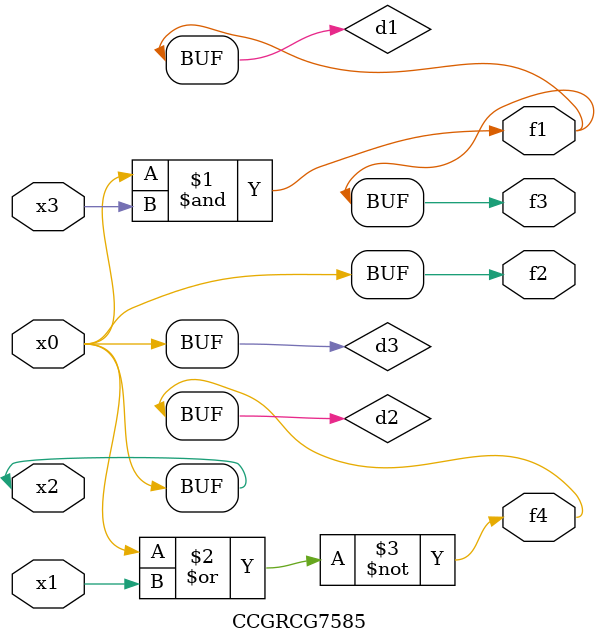
<source format=v>
module CCGRCG7585(
	input x0, x1, x2, x3,
	output f1, f2, f3, f4
);

	wire d1, d2, d3;

	and (d1, x2, x3);
	nor (d2, x0, x1);
	buf (d3, x0, x2);
	assign f1 = d1;
	assign f2 = d3;
	assign f3 = d1;
	assign f4 = d2;
endmodule

</source>
